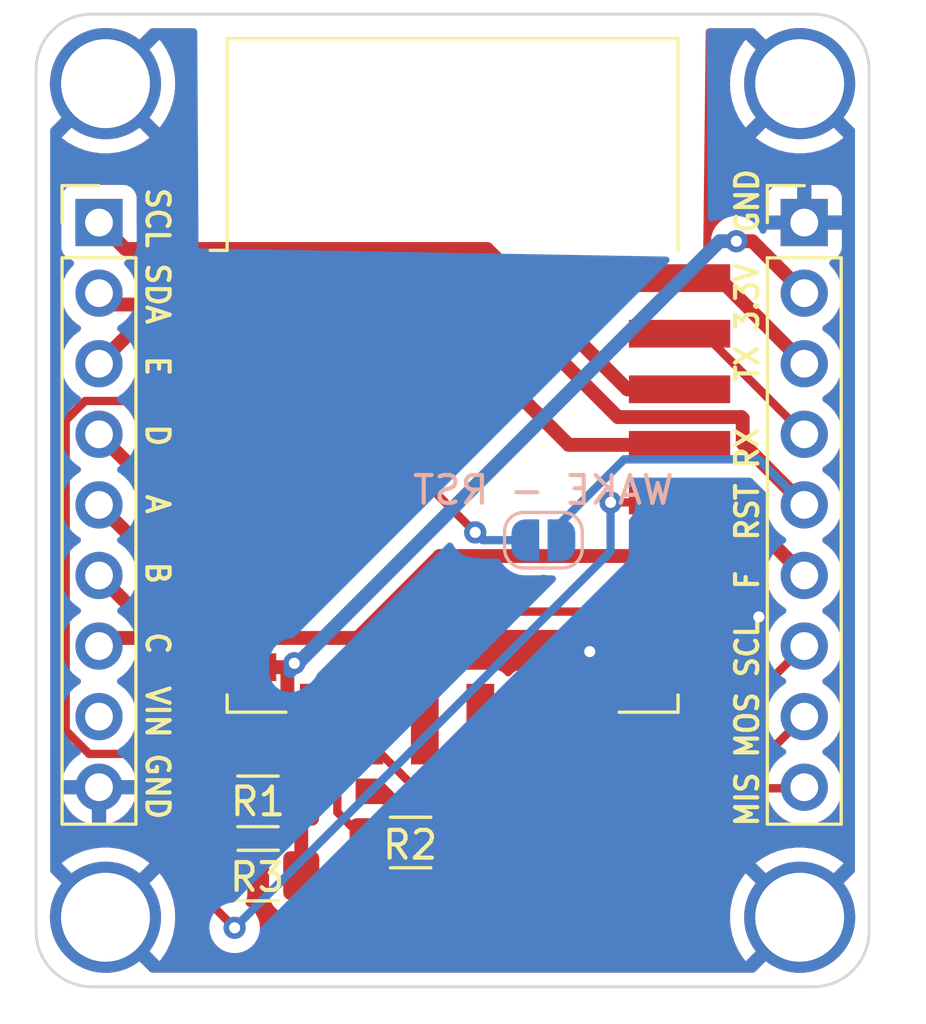
<source format=kicad_pcb>
(kicad_pcb (version 20211014) (generator pcbnew)
  (layers (0 "F.Cu" signal) (31 "B.Cu" signal) (34 "B.Paste" user) (35 "F.Paste" user) (36 "B.SilkS" user "B.Silkscreen") (37 "F.SilkS" user "F.Silkscreen") (38 "B.Mask" user) (39 "F.Mask" user) (44 "Edge.Cuts" user))
  (net 0 "")
  (net 1 "SDA")
  (net 2 "SCL")
  (net 3 "A")
  (net 4 "B")
  (net 5 "C")
  (net 6 "D")
  (net 7 "E")
  (net 8 "Vin")
  (net 9 "GND")
  (net 12 "3.3V")
  (net 13 "RX")
  (net 14 "TX")
  (net 15 "RST")
  (net 16 "F")
  (net 17 "SCLK")
  (net 18 "MISO")
  (net 19 "MOSI")
  (net 20 "Net-(JP1-Pad2)")
  (net 21 "Net-(R1-Pad1)")
  (net 22 "Net-(R2-Pad2)")
  (footprint "MountingHole:MountingHole_3.2mm_M3_ISO14580_Pad" (layer "F.Cu") (at 77.5 102.5)
    (fp_text reference "REF**" hide)
    (fp_text value "MountingHole_3.2mm_M3_ISO14580_Pad" hide)
    (pad "1" thru_hole circle (at 0 0) (size 4 4) (drill 3.2) (layers *.Cu *.Mask) (net 9 "GND"))
  )
  (footprint "MountingHole:MountingHole_3.2mm_M3_ISO14580_Pad" (layer "F.Cu") (at 52.5 102.5)
    (fp_text reference "REF**" hide)
    (fp_text value "MountingHole_3.2mm_M3_ISO14580_Pad" hide)
    (pad "2" thru_hole circle (at 0 0) (size 4 4) (drill 3.2) (layers *.Cu *.Mask) (net 9 "GND"))
  )
  (footprint "Resistor_SMD:R_1206_3216Metric_Pad1.30x1.75mm_HandSolder" (layer "F.Cu") (at 57.99 128.33)
    (fp_text reference "R1" (at 0 0.01) (layer "F.SilkS"))
    (fp_text value "12k")
    (fp_line (start -0.727064 -0.91) (end 0.727064 -0.91) (layer "F.SilkS") (width 0.12))
    (fp_line (start -0.727064 0.91) (end 0.727064 0.91) (layer "F.SilkS") (width 0.12))
    (pad "1" smd roundrect (at -1.55 0) (size 1.3 1.75) (layers "F.Cu" "F.Paste" "F.Mask") (roundrect_rratio 0.1923076923) (net 21 "Net-(R1-Pad1)"))
    (pad "2" smd roundrect (at 1.55 0) (size 1.3 1.75) (layers "F.Cu" "F.Paste" "F.Mask") (roundrect_rratio 0.1923076923) (net 12 "3.3V"))
  )
  (footprint "Suat:ESP-12E" (layer "F.Cu") (at 65 113)
    (fp_text reference "U1" hide)
    (fp_text value "ESP-12E" hide)
    (fp_line (start -8.12 -12.12) (end 8.12 -12.12) (layer "F.SilkS") (width 0.12))
    (fp_line (start 8.12 12.12) (end 6 12.12) (layer "F.SilkS") (width 0.12))
    (fp_line (start -6 12.12) (end -8.12 12.12) (layer "F.SilkS") (width 0.12))
    (fp_line (start -8.12 -4.5) (end -8.12 -12.12) (layer "F.SilkS") (width 0.12))
    (fp_line (start 8.12 11.5) (end 8.12 12.12) (layer "F.SilkS") (width 0.12))
    (fp_line (start -8.12 12.12) (end -8.12 11.5) (layer "F.SilkS") (width 0.12))
    (fp_line (start 8.12 -12.12) (end 8.12 -4.5) (layer "F.SilkS") (width 0.12))
    (fp_line (start -8.12 -4.5) (end -8.73 -4.5) (layer "F.SilkS") (width 0.12))
    (pad "1" smd rect (at -8.175 -3.5) (size 3.65 1) (layers "F.Cu" "F.Paste" "F.Mask") (net 15 "RST"))
    (pad "2" smd rect (at -8.175 -1.5) (size 3.65 1) (layers "F.Cu" "F.Paste" "F.Mask") (net 7 "E"))
    (pad "3" smd rect (at -8.175 0.5) (size 3.65 1) (layers "F.Cu" "F.Paste" "F.Mask") (net 21 "Net-(R1-Pad1)"))
    (pad "4" smd rect (at -8.175 2.5) (size 3.65 1) (layers "F.Cu" "F.Paste" "F.Mask") (net 20 "Net-(JP1-Pad2)"))
    (pad "5" smd rect (at -8.175 4.5) (size 3.65 1) (layers "F.Cu" "F.Paste" "F.Mask") (net 6 "D"))
    (pad "6" smd rect (at -8.175 6.5) (size 3.65 1) (layers "F.Cu" "F.Paste" "F.Mask") (net 3 "A"))
    (pad "7" smd rect (at -8.175 8.5) (size 3.65 1) (layers "F.Cu" "F.Paste" "F.Mask") (net 4 "B"))
    (pad "8" smd rect (at -8.175 10.5) (size 3.65 1) (layers "F.Cu" "F.Paste" "F.Mask") (net 12 "3.3V"))
    (pad "9" smd rect (at -5 12.55) (size 1 2.9) (layers "F.Cu" "F.Paste" "F.Mask"))
    (pad "10" smd rect (at -3 12.55) (size 1 2.9) (layers "F.Cu" "F.Paste" "F.Mask") (net 18 "MISO"))
    (pad "11" smd rect (at -1 12.55) (size 1 2.9) (layers "F.Cu" "F.Paste" "F.Mask"))
    (pad "12" smd rect (at 1 12.55) (size 1 2.9) (layers "F.Cu" "F.Paste" "F.Mask"))
    (pad "13" smd rect (at 3 12.55) (size 1 2.9) (layers "F.Cu" "F.Paste" "F.Mask") (net 19 "MOSI"))
    (pad "14" smd rect (at 5 12.55) (size 1 2.9) (layers "F.Cu" "F.Paste" "F.Mask") (net 17 "SCLK"))
    (pad "15" smd rect (at 8.175 10.5) (size 3.65 1) (layers "F.Cu" "F.Paste" "F.Mask") (net 9 "GND"))
    (pad "16" smd rect (at 8.175 8.5) (size 3.65 1) (layers "F.Cu" "F.Paste" "F.Mask") (net 22 "Net-(R2-Pad2)"))
    (pad "17" smd rect (at 8.175 6.5) (size 3.65 1) (layers "F.Cu" "F.Paste" "F.Mask") (net 5 "C"))
    (pad "18" smd rect (at 8.175 4.5) (size 3.65 1) (layers "F.Cu" "F.Paste" "F.Mask") (net 16 "F"))
    (pad "19" smd rect (at 8.175 2.5) (size 3.65 1) (layers "F.Cu" "F.Paste" "F.Mask") (net 1 "SDA"))
    (pad "20" smd rect (at 8.175 0.5) (size 3.65 1) (layers "F.Cu" "F.Paste" "F.Mask") (net 2 "SCL"))
    (pad "21" smd rect (at 8.175 -1.5) (size 3.65 1) (layers "F.Cu" "F.Paste" "F.Mask") (net 13 "RX"))
    (pad "22" smd rect (at 8.175 -3.5) (size 3.65 1) (layers "F.Cu" "F.Paste" "F.Mask") (net 14 "TX"))
    (zone (net 0) (net_name "") (layers *.Cu) (connect_pads (clearance 0)) (min_thickness 0.254)
      (keepout (tracks not_allowed) (vias not_allowed) (pads not_allowed) (copperpour not_allowed) (footprints not_allowed))
      (fill (thermal_gap 0.508) (thermal_bridge_width 0.508))
      (polygon (pts (xy 56.88 108.2) (xy 73.12 108.2) (xy 73.12 100.88) (xy 56.88 100.88)))
    )
  )
  (footprint "Resistor_SMD:R_1206_3216Metric_Pad1.30x1.75mm_HandSolder" (layer "F.Cu") (at 58 131)
    (fp_text reference "R3" (at -0.04 0.06) (layer "F.SilkS"))
    (fp_text value "12k")
    (fp_line (start -0.727064 0.91) (end 0.727064 0.91) (layer "F.SilkS") (width 0.12))
    (fp_line (start -0.727064 -0.91) (end 0.727064 -0.91) (layer "F.SilkS") (width 0.12))
    (pad "1" smd roundrect (at -1.55 0) (size 1.3 1.75) (layers "F.Cu" "F.Paste" "F.Mask") (roundrect_rratio 0.1923076923) (net 16 "F"))
    (pad "2" smd roundrect (at 1.55 0) (size 1.3 1.75) (layers "F.Cu" "F.Paste" "F.Mask") (roundrect_rratio 0.1923076923) (net 12 "3.3V"))
  )
  (footprint "MountingHole:MountingHole_3.2mm_M3_ISO14580_Pad" (layer "F.Cu") (at 52.5 132.5)
    (fp_text reference "REF**" hide)
    (fp_text value "MountingHole_3.2mm_M3_ISO14580_Pad" hide)
    (pad "3" thru_hole circle (at 0 0) (size 4 4) (drill 3.2) (layers *.Cu *.Mask) (net 9 "GND"))
  )
  (footprint "Connector_PinHeader_2.54mm:PinHeader_1x09_P2.54mm_Vertical" (layer "F.Cu") (at 77.665719 107.5)
    (fp_text reference "J2" hide)
    (fp_text value "Conn_01x08_Male" hide)
    (fp_line (start -1.33 1.27) (end 1.33 1.27) (layer "F.SilkS") (width 0.12))
    (fp_line (start -1.33 0) (end -1.33 -1.33) (layer "F.SilkS") (width 0.12))
    (fp_line (start -1.33 1.27) (end -1.33 21.65) (layer "F.SilkS") (width 0.12))
    (fp_line (start -1.33 -1.33) (end 0 -1.33) (layer "F.SilkS") (width 0.12))
    (fp_line (start 1.33 1.27) (end 1.33 21.65) (layer "F.SilkS") (width 0.12))
    (fp_line (start -1.33 21.65) (end 1.33 21.65) (layer "F.SilkS") (width 0.12))
    (pad "1" thru_hole rect (at 0 0) (size 1.7 1.7) (drill 1) (layers *.Cu *.Mask) (net 9 "GND"))
    (pad "2" thru_hole oval (at 0 2.54) (size 1.7 1.7) (drill 1) (layers *.Cu *.Mask) (net 12 "3.3V"))
    (pad "3" thru_hole oval (at 0 5.08) (size 1.7 1.7) (drill 1) (layers *.Cu *.Mask) (net 14 "TX"))
    (pad "4" thru_hole oval (at 0 7.62) (size 1.7 1.7) (drill 1) (layers *.Cu *.Mask) (net 13 "RX"))
    (pad "5" thru_hole oval (at 0 10.16) (size 1.7 1.7) (drill 1) (layers *.Cu *.Mask) (net 15 "RST"))
    (pad "6" thru_hole oval (at 0 12.7) (size 1.7 1.7) (drill 1) (layers *.Cu *.Mask) (net 16 "F"))
    (pad "7" thru_hole oval (at 0 15.24) (size 1.7 1.7) (drill 1) (layers *.Cu *.Mask) (net 17 "SCLK"))
    (pad "8" thru_hole oval (at 0 17.78) (size 1.7 1.7) (drill 1) (layers *.Cu *.Mask) (net 19 "MOSI"))
    (pad "9" thru_hole oval (at 0 20.32) (size 1.7 1.7) (drill 1) (layers *.Cu *.Mask) (net 18 "MISO"))
  )
  (footprint "MountingHole:MountingHole_3.2mm_M3_ISO14580_Pad" (layer "F.Cu") (at 77.5 132.5)
    (fp_text reference "REF**" hide)
    (fp_text value "MountingHole_3.2mm_M3_ISO14580_Pad" hide)
    (pad "4" thru_hole circle (at 0 0) (size 4 4) (drill 3.2) (layers *.Cu *.Mask) (net 9 "GND"))
  )
  (footprint "Resistor_SMD:R_1206_3216Metric_Pad1.30x1.75mm_HandSolder" (layer "F.Cu") (at 63.49 129.81 180)
    (fp_text reference "R2" (at 0.02 -0.09) (layer "F.SilkS"))
    (fp_text value "12k")
    (fp_line (start -0.727064 0.91) (end 0.727064 0.91) (layer "F.SilkS") (width 0.12))
    (fp_line (start -0.727064 -0.91) (end 0.727064 -0.91) (layer "F.SilkS") (width 0.12))
    (pad "1" smd roundrect (at -1.55 0 180) (size 1.3 1.75) (layers "F.Cu" "F.Paste" "F.Mask") (roundrect_rratio 0.1923076923) (net 9 "GND"))
    (pad "2" smd roundrect (at 1.55 0 180) (size 1.3 1.75) (layers "F.Cu" "F.Paste" "F.Mask") (roundrect_rratio 0.1923076923) (net 22 "Net-(R2-Pad2)"))
  )
  (footprint "Connector_PinHeader_2.54mm:PinHeader_1x09_P2.54mm_Vertical" (layer "F.Cu") (at 52.265719 107.5)
    (fp_text reference "J1" hide)
    (fp_text value "Conn_01x08_Male" hide)
    (fp_line (start 1.33 1.27) (end 1.33 21.65) (layer "F.SilkS") (width 0.12))
    (fp_line (start -1.33 1.27) (end 1.33 1.27) (layer "F.SilkS") (width 0.12))
    (fp_line (start -1.33 21.65) (end 1.33 21.65) (layer "F.SilkS") (width 0.12))
    (fp_line (start -1.33 -1.33) (end 0 -1.33) (layer "F.SilkS") (width 0.12))
    (fp_line (start -1.33 0) (end -1.33 -1.33) (layer "F.SilkS") (width 0.12))
    (fp_line (start -1.33 1.27) (end -1.33 21.65) (layer "F.SilkS") (width 0.12))
    (pad "1" thru_hole rect (at 0 0) (size 1.7 1.7) (drill 1) (layers *.Cu *.Mask) (net 2 "SCL"))
    (pad "2" thru_hole oval (at 0 2.54) (size 1.7 1.7) (drill 1) (layers *.Cu *.Mask) (net 1 "SDA"))
    (pad "3" thru_hole oval (at 0 5.08) (size 1.7 1.7) (drill 1) (layers *.Cu *.Mask) (net 7 "E"))
    (pad "4" thru_hole oval (at 0 7.62) (size 1.7 1.7) (drill 1) (layers *.Cu *.Mask) (net 6 "D"))
    (pad "5" thru_hole oval (at 0 10.16) (size 1.7 1.7) (drill 1) (layers *.Cu *.Mask) (net 3 "A"))
    (pad "6" thru_hole oval (at 0 12.7) (size 1.7 1.7) (drill 1) (layers *.Cu *.Mask) (net 4 "B"))
    (pad "7" thru_hole oval (at 0 15.24) (size 1.7 1.7) (drill 1) (layers *.Cu *.Mask) (net 5 "C"))
    (pad "8" thru_hole oval (at 0 17.78) (size 1.7 1.7) (drill 1) (layers *.Cu *.Mask) (net 8 "Vin"))
    (pad "9" thru_hole oval (at 0 20.32) (size 1.7 1.7) (drill 1) (layers *.Cu *.Mask) (net 9 "GND"))
  )
  (footprint "Jumper:SolderJumper-2_P1.3mm_Open_RoundedPad1.0x1.5mm" (layer "B.Cu") (at 68.27 118.93 180)
    (fp_text reference "WAKE - RST" (at 0 1.8) (layer "B.SilkS") (effects (justify mirror)))
    (fp_text value "SolderJumper_2_Open")
    (fp_line (start -1.4 -0.3) (end -1.4 0.3) (layer "B.SilkS") (width 0.12))
    (fp_line (start 0.7 -1) (end -0.7 -1) (layer "B.SilkS") (width 0.12))
    (fp_line (start -0.7 1) (end 0.7 1) (layer "B.SilkS") (width 0.12))
    (fp_line (start 1.4 0.3) (end 1.4 -0.3) (layer "B.SilkS") (width 0.12))
    (fp_arc (start -1.4 -0.3) (mid -1.194975 -0.794975) (end -0.7 -1) (layer "B.SilkS") (width 0.12))
    (fp_arc (start 1.4 0.3) (mid 1.194975 0.794975) (end 0.7 1) (layer "B.SilkS") (width 0.12))
    (fp_arc (start 0.7 -1) (mid 1.194975 -0.794975) (end 1.4 -0.3) (layer "B.SilkS") (width 0.12))
    (fp_arc (start -0.7 1) (mid -1.194975 0.794975) (end -1.4 0.3) (layer "B.SilkS") (width 0.12))
    (pad "1" smd custom (at -0.65 0 180) (size 1 0.5) (layers "B.Cu" "B.Mask") (net 15 "RST") (options (clearance outline) (anchor rect)) (primitives (gr_circle (center 0 -0.25) (end 0.5 -0.25) (width 0) (fill yes)) (gr_circle (center 0 0.25) (end 0.5 0.25) (width 0) (fill yes)) (gr_poly (pts (xy 0.5 -0.75) (xy 0 -0.75) (xy 0 0.75) (xy 0.5 0.75)) (width 0) (fill yes))))
    (pad "2" smd custom (at 0.65 0 180) (size 1 0.5) (layers "B.Cu" "B.Mask") (net 20 "Net-(JP1-Pad2)") (options (clearance outline) (anchor rect)) (primitives (gr_circle (center 0 -0.25) (end 0.5 -0.25) (width 0) (fill yes)) (gr_circle (center 0 0.25) (end 0.5 0.25) (width 0) (fill yes)) (gr_poly (pts (xy 0 -0.75) (xy -0.5 -0.75) (xy -0.5 0.75) (xy 0 0.75)) (width 0) (fill yes))))
  )
  (gr_line (start 50 102) (end 50 133) (layer "Edge.Cuts") (width 0.1))
  (gr_arc (start 50 102) (mid 50.585786 100.585786) (end 52 100) (layer "Edge.Cuts") (width 0.1))
  (gr_arc (start 78 100) (mid 79.414214 100.585786) (end 80 102) (layer "Edge.Cuts") (width 0.1))
  (gr_arc (start 80 133) (mid 79.414214 134.414214) (end 78 135) (layer "Edge.Cuts") (width 0.1))
  (gr_line (start 78 135) (end 52 135) (layer "Edge.Cuts") (width 0.1))
  (gr_line (start 80 102) (end 80 133) (layer "Edge.Cuts") (width 0.1))
  (gr_line (start 52 100) (end 78 100) (layer "Edge.Cuts") (width 0.1))
  (gr_arc (start 52 135) (mid 50.585786 134.414214) (end 50 133) (layer "Edge.Cuts") (width 0.1))
  (gr_text "MIS MOS SCL  F  RST RX   TX 3.3V  GND" (at 75.610154 117.402784 90) (layer "F.SilkS") (effects (font (size 0.8 0.74))))
  (gr_text "SCL SDA  E   D   A   B   C  VIN GND" (at 54.372088 117.613991 270) (layer "F.SilkS") (effects (font (size 0.8 0.77))))
  (segment (start 64.129511 110.449511) (end 69.18 115.5) (width 0.5) (layer "F.Cu") (net 1))
  (segment (start 52.67523 110.449511) (end 64.129511 110.449511) (width 0.5) (layer "F.Cu") (net 1))
  (segment (start 52.265719 110.04) (end 52.67523 110.449511) (width 0.5) (layer "F.Cu") (net 1))
  (segment (start 69.18 115.5) (end 72.6 115.5) (width 0.5) (layer "F.Cu") (net 1))
  (segment (start 52.265719 107.5) (end 53.215739 108.45002) (width 0.5) (layer "F.Cu") (net 2))
  (segment (start 71.29 113.5) (end 72.6 113.5) (width 0.5) (layer "F.Cu") (net 2))
  (segment (start 66.24002 108.45002) (end 71.29 113.5) (width 0.5) (layer "F.Cu") (net 2))
  (segment (start 53.215739 108.45002) (end 66.24002 108.45002) (width 0.5) (layer "F.Cu") (net 2))
  (segment (start 54.105719 119.5) (end 57.4 119.5) (width 0.5) (layer "F.Cu") (net 3))
  (segment (start 52.265719 117.66) (end 54.105719 119.5) (width 0.5) (layer "F.Cu") (net 3))
  (segment (start 52.265719 120.2) (end 53.565719 121.5) (width 0.5) (layer "F.Cu") (net 4))
  (segment (start 53.565719 121.5) (end 57.4 121.5) (width 0.5) (layer "F.Cu") (net 4))
  (segment (start 64.53 119.5) (end 73.175 119.5) (width 0.5) (layer "F.Cu") (net 5))
  (segment (start 52.265719 122.74) (end 52.556208 122.449511) (width 0.5) (layer "F.Cu") (net 5))
  (segment (start 52.556208 122.449511) (end 61.580489 122.449511) (width 0.5) (layer "F.Cu") (net 5))
  (segment (start 61.580489 122.449511) (end 64.53 119.5) (width 0.5) (layer "F.Cu") (net 5))
  (segment (start 52.265719 115.12) (end 54.645719 117.5) (width 0.5) (layer "F.Cu") (net 6))
  (segment (start 54.645719 117.5) (end 57.4 117.5) (width 0.5) (layer "F.Cu") (net 6))
  (segment (start 52.265719 112.58) (end 53.345719 111.5) (width 0.5) (layer "F.Cu") (net 7))
  (segment (start 53.345719 111.5) (end 57.4 111.5) (width 0.5) (layer "F.Cu") (net 7))
  (via (at 76.03 121.69) (size 0.8) (drill 0.4) (layers "F.Cu" "B.Cu") (net 9))
  (via (at 69.94 122.94) (size 0.8) (drill 0.4) (layers "F.Cu" "B.Cu") (net 9))
  (segment (start 59.050489 123.609511) (end 59.3 123.36) (width 0.5) (layer "F.Cu") (net 12))
  (segment (start 59.050489 127.500489) (end 59.050489 123.609511) (width 0.5) (layer "F.Cu") (net 12))
  (segment (start 59.55 128) (end 59.050489 127.500489) (width 0.5) (layer "F.Cu") (net 12))
  (segment (start 75.795719 108.17) (end 75.22 108.17) (width 0.5) (layer "F.Cu") (net 12))
  (segment (start 59.55 128) (end 59.55 131) (width 0.5) (layer "F.Cu") (net 12))
  (segment (start 77.665719 110.04) (end 75.795719 108.17) (width 0.5) (layer "F.Cu") (net 12))
  (segment (start 56.825 123.5) (end 59.16 123.5) (width 0.5) (layer "F.Cu") (net 12))
  (segment (start 59.16 123.5) (end 59.3 123.36) (width 0.5) (layer "F.Cu") (net 12))
  (via (at 59.3 123.36) (size 0.8) (drill 0.4) (layers "F.Cu" "B.Cu") (net 12))
  (via (at 75.22 108.17) (size 0.8) (drill 0.4) (layers "F.Cu" "B.Cu") (net 12))
  (segment (start 59.15 123.64) (end 74.62 108.17) (width 0.5) (layer "B.Cu") (net 12))
  (segment (start 74.62 108.17) (end 75.22 108.17) (width 0.5) (layer "B.Cu") (net 12))
  (segment (start 73.175 111.5) (end 74.045719 111.5) (width 0.3) (layer "F.Cu") (net 13))
  (segment (start 74.045719 111.5) (end 77.665719 115.12) (width 0.3) (layer "F.Cu") (net 13))
  (segment (start 74.585719 109.5) (end 77.665719 112.58) (width 0.5) (layer "F.Cu") (net 14))
  (segment (start 72.6 109.5) (end 74.585719 109.5) (width 0.5) (layer "F.Cu") (net 14))
  (segment (start 70.950978 114.5) (end 75.399022 114.5) (width 0.5) (layer "F.Cu") (net 15))
  (segment (start 75.449511 114.550489) (end 75.449511 115.443792) (width 0.5) (layer "F.Cu") (net 15))
  (segment (start 65.950978 109.5) (end 70.950978 114.5) (width 0.5) (layer "F.Cu") (net 15))
  (segment (start 57.4 109.5) (end 65.950978 109.5) (width 0.5) (layer "F.Cu") (net 15))
  (segment (start 75.399022 114.5) (end 75.449511 114.550489) (width 0.5) (layer "F.Cu") (net 15))
  (segment (start 75.449511 115.443792) (end 77.665719 117.66) (width 0.5) (layer "F.Cu") (net 15))
  (segment (start 68.92 118.93) (end 68.92 118.280044) (width 0.3) (layer "B.Cu") (net 15))
  (segment (start 68.92 118.280044) (end 71.179545 116.020499) (width 0.3) (layer "B.Cu") (net 15))
  (segment (start 76.026218 116.020499) (end 77.665719 117.66) (width 0.3) (layer "B.Cu") (net 15))
  (segment (start 71.179545 116.020499) (end 76.026218 116.020499) (width 0.3) (layer "B.Cu") (net 15))
  (segment (start 74.965719 117.5) (end 77.665719 120.2) (width 0.5) (layer "F.Cu") (net 16))
  (segment (start 56.45 131) (end 56.45 132.18) (width 0.3) (layer "F.Cu") (net 16))
  (segment (start 72.53 117.57) (end 72.6 117.5) (width 0.3) (layer "F.Cu") (net 16))
  (segment (start 56.45 132.18) (end 57.15 132.88) (width 0.3) (layer "F.Cu") (net 16))
  (segment (start 72.6 117.5) (end 74.965719 117.5) (width 0.5) (layer "F.Cu") (net 16))
  (segment (start 70.69 117.57) (end 72.53 117.57) (width 0.3) (layer "F.Cu") (net 16))
  (via (at 70.69 117.57) (size 0.8) (drill 0.4) (layers "F.Cu" "B.Cu") (net 16))
  (via (at 57.15 132.88) (size 0.8) (drill 0.4) (layers "F.Cu" "B.Cu") (net 16))
  (segment (start 57.15 132.88) (end 70.69 119.34) (width 0.3) (layer "B.Cu") (net 16))
  (segment (start 70.69 119.34) (end 70.69 117.57) (width 0.3) (layer "B.Cu") (net 16))
  (segment (start 74.855719 125.55) (end 77.665719 122.74) (width 0.3) (layer "F.Cu") (net 17))
  (segment (start 70 125.55) (end 74.855719 125.55) (width 0.3) (layer "F.Cu") (net 17))
  (segment (start 63.660978 127.86) (end 77.625719 127.86) (width 0.3) (layer "F.Cu") (net 18))
  (segment (start 77.625719 127.86) (end 77.665719 127.82) (width 0.3) (layer "F.Cu") (net 18))
  (segment (start 63.660978 127.86) (end 62 126.199022) (width 0.3) (layer "F.Cu") (net 18))
  (segment (start 62 126.199022) (end 62 125.55) (width 0.3) (layer "F.Cu") (net 18))
  (segment (start 75.596208 127.349511) (end 68.609511 127.349511) (width 0.3) (layer "F.Cu") (net 19))
  (segment (start 77.665719 125.28) (end 75.596208 127.349511) (width 0.3) (layer "F.Cu") (net 19))
  (segment (start 68 126.74) (end 68 125.55) (width 0.3) (layer "F.Cu") (net 19))
  (segment (start 68.609511 127.349511) (end 68 126.74) (width 0.3) (layer "F.Cu") (net 19))
  (segment (start 62.66454 115.5) (end 65.81504 118.6505) (width 0.3) (layer "F.Cu") (net 20))
  (segment (start 57.4 115.5) (end 62.66454 115.5) (width 0.3) (layer "F.Cu") (net 20))
  (via (at 65.81504 118.6505) (size 0.8) (drill 0.4) (layers "F.Cu" "B.Cu") (net 20))
  (segment (start 66.09454 118.93) (end 65.81504 118.6505) (width 0.3) (layer "B.Cu") (net 20))
  (segment (start 67.62 118.93) (end 66.09454 118.93) (width 0.3) (layer "B.Cu") (net 20))
  (segment (start 51.768864 113.920489) (end 51.066208 114.623145) (width 0.3) (layer "F.Cu") (net 21))
  (segment (start 56.404511 113.920489) (end 56.825 113.5) (width 0.3) (layer "F.Cu") (net 21))
  (segment (start 51.066208 114.623145) (end 51.066208 125.776855) (width 0.3) (layer "F.Cu") (net 21))
  (segment (start 51.909842 126.620489) (end 55.070489 126.620489) (width 0.3) (layer "F.Cu") (net 21))
  (segment (start 51.768864 113.920489) (end 56.404511 113.920489) (width 0.3) (layer "F.Cu") (net 21))
  (segment (start 55.070489 126.620489) (end 56.45 128) (width 0.3) (layer "F.Cu") (net 21))
  (segment (start 51.066208 125.776855) (end 51.909842 126.620489) (width 0.3) (layer "F.Cu") (net 21))
  (segment (start 60.849511 124.130489) (end 60.849511 128.719511) (width 0.3) (layer "F.Cu") (net 22))
  (segment (start 60.849511 128.719511) (end 61.94 129.81) (width 0.3) (layer "F.Cu") (net 22))
  (segment (start 63.48 121.5) (end 73.175 121.5) (width 0.3) (layer "F.Cu") (net 22))
  (segment (start 63.48 121.5) (end 60.849511 124.130489) (width 0.3) (layer "F.Cu") (net 22))
  (zone (net 9) (net_name "GND") (layer "F.Cu") (connect_pads (clearance 0.508)) (min_thickness 0.254) (fill yes (thermal_gap 0.508) (thermal_bridge_width 0.508))
    (polygon (pts (xy 81.07 99.57) (xy 80.57 136.08) (xy 49.12 136) (xy 49.25 99.52) (xy 55.749023 99.535592) (xy 55.799023 109.165592) (xy 74.02 109.09) (xy 74.13 99.49)))
  )
  (zone (net 9) (net_name "GND") (layer "B.Cu") (connect_pads (clearance 0.508)) (min_thickness 0.254) (fill yes (thermal_gap 0.508) (thermal_bridge_width 0.508))
    (polygon (pts (xy 81.25 136.37) (xy 48.7 136.16) (xy 49.62 99.75) (xy 55.8 99.75) (xy 55.85 108.43) (xy 74.21 108.75) (xy 74.13 99.57) (xy 82.07 99.57)))
  )
)
</source>
